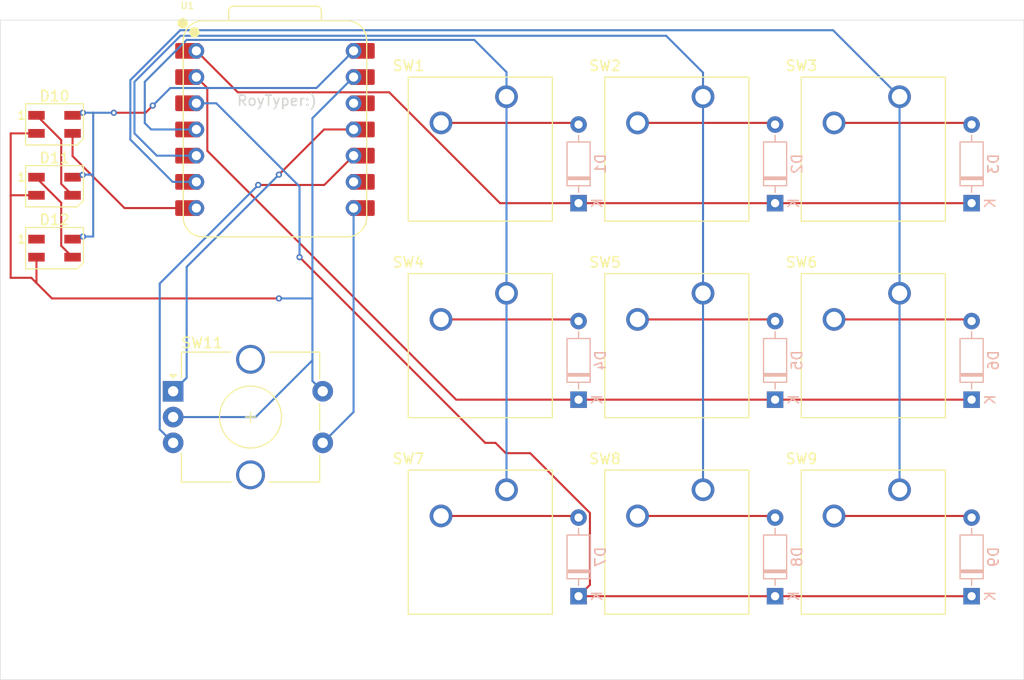
<source format=kicad_pcb>
(kicad_pcb (version 20240108) (generator "pcbnew") (generator_version "8.0")
  (layers (0 "F.Cu" signal) (31 "B.Cu" signal) (34 "B.Paste" user) (35 "F.Paste" user) (36 "B.SilkS" user "B.Silkscreen") (37 "F.SilkS" user "F.Silkscreen") (38 "B.Mask" user) (39 "F.Mask" user) (44 "Edge.Cuts" user))
  (net 0 "")
  (net 1 "Row1")
  (net 2 "Net-(D1-A)")
  (net 3 "Net-(D2-A)")
  (net 4 "Net-(D3-A)")
  (net 5 "Row2")
  (net 6 "Net-(D4-A)")
  (net 7 "Net-(D5-A)")
  (net 8 "Net-(D6-A)")
  (net 9 "Net-(D7-A)")
  (net 10 "Row3")
  (net 11 "Net-(D8-A)")
  (net 12 "Net-(D9-A)")
  (net 13 "Net-(D10-DIN)")
  (net 14 "Net-(D10-DOUT)")
  (net 15 "Col1")
  (net 16 "Col2")
  (net 17 "Col3")
  (net 18 "Net-(U1-GPIO3{slash}MOSI)")
  (net 20 "GND")
  (net 21 "Net-(U1-GPIO4{slash}MISO)")
  (net 22 "Net-(U1-GPIO1{slash}RX)")
  (net 23 "+5V")
  (net 25 "Net-(D11-DOUT)")
  (footprint "3dModels:LED_SK6812MINI_PLCC4_3.5x3.5mm_P1.75mm" (layer "F.Cu") (at 58.475 79.45)
    (property "Reference" "D12" (at 0 -2.75 0) (layer "F.SilkS"))
    (property "Value" "SK6812MINI")
    (fp_line (start -2.8 -2) (end -2.8 2) (stroke (width 0.12)) (layer "F.SilkS"))
    (fp_line (start -2.8 -2) (end 2.8 -2) (stroke (width 0.12)) (layer "F.SilkS"))
    (fp_line (start -2.8 2) (end 2.2 2) (stroke (width 0.12)) (layer "F.SilkS"))
    (fp_line (start 2.8 1.4) (end 2.2 2) (stroke (width 0.12)) (layer "F.SilkS"))
    (fp_line (start 2.8 1.4) (end 2.8 -2) (stroke (width 0.12)) (layer "F.SilkS"))
    (fp_text user "1" (at -3.2 -0.875 0) (layer "F.SilkS") (effects (font (size 0.8 0.8))))
    (pad "1" smd rect (at -1.75 -0.875) (size 1.6 0.85) (layers "F.Cu" "F.Paste" "F.Mask"))
    (pad "2" smd rect (at -1.75 0.875) (size 1.6 0.85) (layers "F.Cu" "F.Paste" "F.Mask") (net 20 "GND"))
    (pad "3" smd rect (at 1.75 0.875) (size 1.6 0.85) (layers "F.Cu" "F.Paste" "F.Mask") (net 25 "Net-(D11-DOUT)"))
    (pad "4" smd rect (at 1.75 -0.875) (size 1.6 0.85) (layers "F.Cu" "F.Paste" "F.Mask") (net 23 "+5V"))
  )
  (footprint "3dModels:SW_Cherry_MX_1.00u_PCB" (layer "F.Cu") (at 140.39 64.77)
    (property "Reference" "SW3" (at -9.5 -3 0) (layer "F.SilkS"))
    (property "Value" "SW_Push_45deg")
    (fp_line (start -9.525 -1.905) (end 4.445 -1.905) (stroke (width 0.12)) (layer "F.SilkS"))
    (fp_line (start -9.525 12.065) (end -9.525 -1.905) (stroke (width 0.12)) (layer "F.SilkS"))
    (fp_line (start 4.445 -1.905) (end 4.445 12.065) (stroke (width 0.12)) (layer "F.SilkS"))
    (fp_line (start 4.445 12.065) (end -9.525 12.065) (stroke (width 0.12)) (layer "F.SilkS"))
    (pad "" np_thru_hole circle (at -7.62 5.08) (size 1.7 1.7) (drill 1.7) (layers "*.Cu" "*.Mask"))
    (pad "" np_thru_hole circle (at -2.54 5.08) (size 4 4) (drill 4) (layers "*.Cu" "*.Mask"))
    (pad "" np_thru_hole circle (at 2.54 5.08) (size 1.7 1.7) (drill 1.7) (layers "*.Cu" "*.Mask"))
    (pad "1" thru_hole circle (at 0 0) (size 2.2 2.2) (drill 1.5) (layers "*.Cu" "*.Mask") (net 17 "Col3"))
    (pad "2" thru_hole circle (at -6.35 2.54) (size 2.2 2.2) (drill 1.5) (layers "*.Cu" "*.Mask") (net 4 "Net-(D3-A)"))
  )
  (footprint "3dModels:SW_Cherry_MX_1.00u_PCB" (layer "F.Cu") (at 140.39 83.82)
    (property "Reference" "SW6" (at -9.5 -3 0) (layer "F.SilkS"))
    (property "Value" "SW_Push_45deg")
    (fp_line (start -9.525 -1.905) (end 4.445 -1.905) (stroke (width 0.12)) (layer "F.SilkS"))
    (fp_line (start -9.525 12.065) (end -9.525 -1.905) (stroke (width 0.12)) (layer "F.SilkS"))
    (fp_line (start 4.445 -1.905) (end 4.445 12.065) (stroke (width 0.12)) (layer "F.SilkS"))
    (fp_line (start 4.445 12.065) (end -9.525 12.065) (stroke (width 0.12)) (layer "F.SilkS"))
    (pad "" np_thru_hole circle (at -7.62 5.08) (size 1.7 1.7) (drill 1.7) (layers "*.Cu" "*.Mask"))
    (pad "" np_thru_hole circle (at -2.54 5.08) (size 4 4) (drill 4) (layers "*.Cu" "*.Mask"))
    (pad "" np_thru_hole circle (at 2.54 5.08) (size 1.7 1.7) (drill 1.7) (layers "*.Cu" "*.Mask"))
    (pad "1" thru_hole circle (at 0 0) (size 2.2 2.2) (drill 1.5) (layers "*.Cu" "*.Mask") (net 17 "Col3"))
    (pad "2" thru_hole circle (at -6.35 2.54) (size 2.2 2.2) (drill 1.5) (layers "*.Cu" "*.Mask") (net 8 "Net-(D6-A)"))
  )
  (footprint "3dModels:SW_Cherry_MX_1.00u_PCB" (layer "F.Cu") (at 102.29 64.77)
    (property "Reference" "SW1" (at -9.5 -3 0) (layer "F.SilkS"))
    (property "Value" "SW_Push_45deg")
    (fp_line (start -9.525 -1.905) (end 4.445 -1.905) (stroke (width 0.12)) (layer "F.SilkS"))
    (fp_line (start -9.525 12.065) (end -9.525 -1.905) (stroke (width 0.12)) (layer "F.SilkS"))
    (fp_line (start 4.445 -1.905) (end 4.445 12.065) (stroke (width 0.12)) (layer "F.SilkS"))
    (fp_line (start 4.445 12.065) (end -9.525 12.065) (stroke (width 0.12)) (layer "F.SilkS"))
    (pad "" np_thru_hole circle (at -7.62 5.08) (size 1.7 1.7) (drill 1.7) (layers "*.Cu" "*.Mask"))
    (pad "" np_thru_hole circle (at -2.54 5.08) (size 4 4) (drill 4) (layers "*.Cu" "*.Mask"))
    (pad "" np_thru_hole circle (at 2.54 5.08) (size 1.7 1.7) (drill 1.7) (layers "*.Cu" "*.Mask"))
    (pad "1" thru_hole circle (at 0 0) (size 2.2 2.2) (drill 1.5) (layers "*.Cu" "*.Mask") (net 15 "Col1"))
    (pad "2" thru_hole circle (at -6.35 2.54) (size 2.2 2.2) (drill 1.5) (layers "*.Cu" "*.Mask") (net 2 "Net-(D1-A)"))
  )
  (footprint "3dModels:SW_Cherry_MX_1.00u_PCB" (layer "F.Cu") (at 102.29 83.82)
    (property "Reference" "SW4" (at -9.5 -3 0) (layer "F.SilkS"))
    (property "Value" "SW_Push_45deg")
    (fp_line (start -9.525 -1.905) (end 4.445 -1.905) (stroke (width 0.12)) (layer "F.SilkS"))
    (fp_line (start -9.525 12.065) (end -9.525 -1.905) (stroke (width 0.12)) (layer "F.SilkS"))
    (fp_line (start 4.445 -1.905) (end 4.445 12.065) (stroke (width 0.12)) (layer "F.SilkS"))
    (fp_line (start 4.445 12.065) (end -9.525 12.065) (stroke (width 0.12)) (layer "F.SilkS"))
    (pad "" np_thru_hole circle (at -7.62 5.08) (size 1.7 1.7) (drill 1.7) (layers "*.Cu" "*.Mask"))
    (pad "" np_thru_hole circle (at -2.54 5.08) (size 4 4) (drill 4) (layers "*.Cu" "*.Mask"))
    (pad "" np_thru_hole circle (at 2.54 5.08) (size 1.7 1.7) (drill 1.7) (layers "*.Cu" "*.Mask"))
    (pad "1" thru_hole circle (at 0 0) (size 2.2 2.2) (drill 1.5) (layers "*.Cu" "*.Mask") (net 15 "Col1"))
    (pad "2" thru_hole circle (at -6.35 2.54) (size 2.2 2.2) (drill 1.5) (layers "*.Cu" "*.Mask") (net 6 "Net-(D4-A)"))
  )
  (footprint "3dModels:SW_Cherry_MX_1.00u_PCB" (layer "F.Cu") (at 121.34 83.82)
    (property "Reference" "SW5" (at -9.5 -3 0) (layer "F.SilkS"))
    (property "Value" "SW_Push_45deg")
    (fp_line (start -9.525 -1.905) (end 4.445 -1.905) (stroke (width 0.12)) (layer "F.SilkS"))
    (fp_line (start -9.525 12.065) (end -9.525 -1.905) (stroke (width 0.12)) (layer "F.SilkS"))
    (fp_line (start 4.445 -1.905) (end 4.445 12.065) (stroke (width 0.12)) (layer "F.SilkS"))
    (fp_line (start 4.445 12.065) (end -9.525 12.065) (stroke (width 0.12)) (layer "F.SilkS"))
    (pad "" np_thru_hole circle (at -7.62 5.08) (size 1.7 1.7) (drill 1.7) (layers "*.Cu" "*.Mask"))
    (pad "" np_thru_hole circle (at -2.54 5.08) (size 4 4) (drill 4) (layers "*.Cu" "*.Mask"))
    (pad "" np_thru_hole circle (at 2.54 5.08) (size 1.7 1.7) (drill 1.7) (layers "*.Cu" "*.Mask"))
    (pad "1" thru_hole circle (at 0 0) (size 2.2 2.2) (drill 1.5) (layers "*.Cu" "*.Mask") (net 16 "Col2"))
    (pad "2" thru_hole circle (at -6.35 2.54) (size 2.2 2.2) (drill 1.5) (layers "*.Cu" "*.Mask") (net 7 "Net-(D5-A)"))
  )
  (footprint "3dModels:SW_Cherry_MX_1.00u_PCB" (layer "F.Cu") (at 121.34 64.77)
    (property "Reference" "SW2" (at -9.5 -3 0) (layer "F.SilkS"))
    (property "Value" "SW_Push_45deg")
    (fp_line (start -9.525 -1.905) (end 4.445 -1.905) (stroke (width 0.12)) (layer "F.SilkS"))
    (fp_line (start -9.525 12.065) (end -9.525 -1.905) (stroke (width 0.12)) (layer "F.SilkS"))
    (fp_line (start 4.445 -1.905) (end 4.445 12.065) (stroke (width 0.12)) (layer "F.SilkS"))
    (fp_line (start 4.445 12.065) (end -9.525 12.065) (stroke (width 0.12)) (layer "F.SilkS"))
    (pad "" np_thru_hole circle (at -7.62 5.08) (size 1.7 1.7) (drill 1.7) (layers "*.Cu" "*.Mask"))
    (pad "" np_thru_hole circle (at -2.54 5.08) (size 4 4) (drill 4) (layers "*.Cu" "*.Mask"))
    (pad "" np_thru_hole circle (at 2.54 5.08) (size 1.7 1.7) (drill 1.7) (layers "*.Cu" "*.Mask"))
    (pad "1" thru_hole circle (at 0 0) (size 2.2 2.2) (drill 1.5) (layers "*.Cu" "*.Mask") (net 16 "Col2"))
    (pad "2" thru_hole circle (at -6.35 2.54) (size 2.2 2.2) (drill 1.5) (layers "*.Cu" "*.Mask") (net 3 "Net-(D2-A)"))
  )
  (footprint "3dModels:RotaryEncoder_Alps_EC12E-Switch_Vertical_H20mm_CircularMountingHoles" (layer "F.Cu") (at 69.975 93.325)
    (property "Reference" "SW11" (at 2.8 -4.7 0) (layer "F.SilkS"))
    (property "Value" "RotaryEncoder_Switch")
    (fp_line (start -0.3 -1.6) (end 0.3 -1.6) (stroke (width 0.12)) (layer "F.SilkS"))
    (fp_line (start 0 -1.3) (end -0.3 -1.6) (stroke (width 0.12)) (layer "F.SilkS"))
    (fp_line (start 0.3 -1.6) (end 0 -1.3) (stroke (width 0.12)) (layer "F.SilkS"))
    (fp_line (start 0.8 -3.8) (end 0.8 -1.3) (stroke (width 0.12)) (layer "F.SilkS"))
    (fp_line (start 0.8 8.8) (end 0.8 6) (stroke (width 0.12)) (layer "F.SilkS"))
    (fp_line (start 5.6 -3.8) (end 0.8 -3.8) (stroke (width 0.12)) (layer "F.SilkS"))
    (fp_line (start 5.7 8.8) (end 0.8 8.8) (stroke (width 0.12)) (layer "F.SilkS"))
    (fp_line (start 7 2.5) (end 8 2.5) (stroke (width 0.12)) (layer "F.SilkS"))
    (fp_line (start 7.5 2) (end 7.5 3) (stroke (width 0.12)) (layer "F.SilkS"))
    (fp_line (start 9.3 -3.8) (end 14.2 -3.8) (stroke (width 0.12)) (layer "F.SilkS"))
    (fp_line (start 14.2 -3.8) (end 14.2 -1.2) (stroke (width 0.12)) (layer "F.SilkS"))
    (fp_line (start 14.2 1.2) (end 14.2 3.8) (stroke (width 0.12)) (layer "F.SilkS"))
    (fp_line (start 14.2 6.2) (end 14.2 8.8) (stroke (width 0.12)) (layer "F.SilkS"))
    (fp_line (start 14.2 8.8) (end 9.3 8.8) (stroke (width 0.12)) (layer "F.SilkS"))
    (fp_circle (center 7.5 2.5) (end 10.5 2.5) (stroke (width 0.12)) (fill none) (layer "F.SilkS"))
    (pad "A" thru_hole rect (at 0 0) (size 2 2) (drill 1) (layers "*.Cu" "*.Mask") (net 18 "Net-(U1-GPIO3{slash}MOSI)"))
    (pad "B" thru_hole circle (at 0 5) (size 2 2) (drill 1) (layers "*.Cu" "*.Mask") (net 21 "Net-(U1-GPIO4{slash}MISO)"))
    (pad "C" thru_hole circle (at 0 2.5) (size 2 2) (drill 1) (layers "*.Cu" "*.Mask") (net 20 "GND"))
    (pad "MP" thru_hole circle (at 7.5 -3.1) (size 2.8 2.8) (drill 2.2) (layers "*.Cu" "*.Mask"))
    (pad "MP" thru_hole circle (at 7.5 8.1) (size 2.8 2.8) (drill 2.2) (layers "*.Cu" "*.Mask"))
    (pad "S1" thru_hole circle (at 14.5 0) (size 2 2) (drill 1) (layers "*.Cu" "*.Mask") (net 22 "Net-(U1-GPIO1{slash}RX)"))
    (pad "S2" thru_hole circle (at 14.5 5) (size 2 2) (drill 1) (layers "*.Cu" "*.Mask") (net 20 "GND"))
  )
  (footprint "3dModels:SW_Cherry_MX_1.00u_PCB" (layer "F.Cu") (at 140.39 102.87)
    (property "Reference" "SW9" (at -9.5 -3 0) (layer "F.SilkS"))
    (property "Value" "SW_Push_45deg")
    (fp_line (start -9.525 -1.905) (end 4.445 -1.905) (stroke (width 0.12)) (layer "F.SilkS"))
    (fp_line (start -9.525 12.065) (end -9.525 -1.905) (stroke (width 0.12)) (layer "F.SilkS"))
    (fp_line (start 4.445 -1.905) (end 4.445 12.065) (stroke (width 0.12)) (layer "F.SilkS"))
    (fp_line (start 4.445 12.065) (end -9.525 12.065) (stroke (width 0.12)) (layer "F.SilkS"))
    (pad "" np_thru_hole circle (at -7.62 5.08) (size 1.7 1.7) (drill 1.7) (layers "*.Cu" "*.Mask"))
    (pad "" np_thru_hole circle (at -2.54 5.08) (size 4 4) (drill 4) (layers "*.Cu" "*.Mask"))
    (pad "" np_thru_hole circle (at 2.54 5.08) (size 1.7 1.7) (drill 1.7) (layers "*.Cu" "*.Mask"))
    (pad "1" thru_hole circle (at 0 0) (size 2.2 2.2) (drill 1.5) (layers "*.Cu" "*.Mask") (net 17 "Col3"))
    (pad "2" thru_hole circle (at -6.35 2.54) (size 2.2 2.2) (drill 1.5) (layers "*.Cu" "*.Mask") (net 12 "Net-(D9-A)"))
  )
  (footprint "3dModels:SW_Cherry_MX_1.00u_PCB" (layer "F.Cu") (at 102.29 102.87)
    (property "Reference" "SW7" (at -9.5 -3 0) (layer "F.SilkS"))
    (property "Value" "SW_Push_45deg")
    (fp_line (start -9.525 -1.905) (end 4.445 -1.905) (stroke (width 0.12)) (layer "F.SilkS"))
    (fp_line (start -9.525 12.065) (end -9.525 -1.905) (stroke (width 0.12)) (layer "F.SilkS"))
    (fp_line (start 4.445 -1.905) (end 4.445 12.065) (stroke (width 0.12)) (layer "F.SilkS"))
    (fp_line (start 4.445 12.065) (end -9.525 12.065) (stroke (width 0.12)) (layer "F.SilkS"))
    (pad "" np_thru_hole circle (at -7.62 5.08) (size 1.7 1.7) (drill 1.7) (layers "*.Cu" "*.Mask"))
    (pad "" np_thru_hole circle (at -2.54 5.08) (size 4 4) (drill 4) (layers "*.Cu" "*.Mask"))
    (pad "" np_thru_hole circle (at 2.54 5.08) (size 1.7 1.7) (drill 1.7) (layers "*.Cu" "*.Mask"))
    (pad "1" thru_hole circle (at 0 0) (size 2.2 2.2) (drill 1.5) (layers "*.Cu" "*.Mask") (net 15 "Col1"))
    (pad "2" thru_hole circle (at -6.35 2.54) (size 2.2 2.2) (drill 1.5) (layers "*.Cu" "*.Mask") (net 9 "Net-(D7-A)"))
  )
  (footprint "3dModels:LED_SK6812MINI_PLCC4_3.5x3.5mm_P1.75mm" (layer "F.Cu") (at 58.475 73.45)
    (property "Reference" "D11" (at 0 -2.75 0) (layer "F.SilkS"))
    (property "Value" "SK6812MINI")
    (fp_line (start -2.8 -2) (end -2.8 2) (stroke (width 0.12)) (layer "F.SilkS"))
    (fp_line (start -2.8 -2) (end 2.8 -2) (stroke (width 0.12)) (layer "F.SilkS"))
    (fp_line (start -2.8 2) (end 2.2 2) (stroke (width 0.12)) (layer "F.SilkS"))
    (fp_line (start 2.8 1.4) (end 2.2 2) (stroke (width 0.12)) (layer "F.SilkS"))
    (fp_line (start 2.8 1.4) (end 2.8 -2) (stroke (width 0.12)) (layer "F.SilkS"))
    (fp_text user "1" (at -3.2 -0.875 0) (layer "F.SilkS") (effects (font (size 0.8 0.8))))
    (pad "1" smd rect (at -1.75 -0.875) (size 1.6 0.85) (layers "F.Cu" "F.Paste" "F.Mask") (net 25 "Net-(D11-DOUT)"))
    (pad "2" smd rect (at -1.75 0.875) (size 1.6 0.85) (layers "F.Cu" "F.Paste" "F.Mask") (net 20 "GND"))
    (pad "3" smd rect (at 1.75 0.875) (size 1.6 0.85) (layers "F.Cu" "F.Paste" "F.Mask") (net 14 "Net-(D10-DOUT)"))
    (pad "4" smd rect (at 1.75 -0.875) (size 1.6 0.85) (layers "F.Cu" "F.Paste" "F.Mask") (net 23 "+5V"))
  )
  (footprint "3dModels:SW_Cherry_MX_1.00u_PCB" (layer "F.Cu") (at 121.34 102.87)
    (property "Reference" "SW8" (at -9.5 -3 0) (layer "F.SilkS"))
    (property "Value" "SW_Push_45deg")
    (fp_line (start -9.525 -1.905) (end 4.445 -1.905) (stroke (width 0.12)) (layer "F.SilkS"))
    (fp_line (start -9.525 12.065) (end -9.525 -1.905) (stroke (width 0.12)) (layer "F.SilkS"))
    (fp_line (start 4.445 -1.905) (end 4.445 12.065) (stroke (width 0.12)) (layer "F.SilkS"))
    (fp_line (start 4.445 12.065) (end -9.525 12.065) (stroke (width 0.12)) (layer "F.SilkS"))
    (pad "" np_thru_hole circle (at -7.62 5.08) (size 1.7 1.7) (drill 1.7) (layers "*.Cu" "*.Mask"))
    (pad "" np_thru_hole circle (at -2.54 5.08) (size 4 4) (drill 4) (layers "*.Cu" "*.Mask"))
    (pad "" np_thru_hole circle (at 2.54 5.08) (size 1.7 1.7) (drill 1.7) (layers "*.Cu" "*.Mask"))
    (pad "1" thru_hole circle (at 0 0) (size 2.2 2.2) (drill 1.5) (layers "*.Cu" "*.Mask") (net 16 "Col2"))
    (pad "2" thru_hole circle (at -6.35 2.54) (size 2.2 2.2) (drill 1.5) (layers "*.Cu" "*.Mask") (net 11 "Net-(D8-A)"))
  )
  (footprint "3dModels:LED_SK6812MINI_PLCC4_3.5x3.5mm_P1.75mm" (layer "F.Cu") (at 58.475 67.45)
    (property "Reference" "D10" (at 0 -2.75 0) (layer "F.SilkS"))
    (property "Value" "SK6812MINI")
    (fp_line (start -2.8 -2) (end -2.8 2) (stroke (width 0.12)) (layer "F.SilkS"))
    (fp_line (start -2.8 -2) (end 2.8 -2) (stroke (width 0.12)) (layer "F.SilkS"))
    (fp_line (start -2.8 2) (end 2.2 2) (stroke (width 0.12)) (layer "F.SilkS"))
    (fp_line (start 2.8 1.4) (end 2.2 2) (stroke (width 0.12)) (layer "F.SilkS"))
    (fp_line (start 2.8 1.4) (end 2.8 -2) (stroke (width 0.12)) (layer "F.SilkS"))
    (fp_text user "1" (at -3.2 -0.875 0) (layer "F.SilkS") (effects (font (size 0.8 0.8))))
    (pad "1" smd rect (at -1.75 -0.875) (size 1.6 0.85) (layers "F.Cu" "F.Paste" "F.Mask") (net 14 "Net-(D10-DOUT)"))
    (pad "2" smd rect (at -1.75 0.875) (size 1.6 0.85) (layers "F.Cu" "F.Paste" "F.Mask") (net 20 "GND"))
    (pad "3" smd rect (at 1.75 0.875) (size 1.6 0.85) (layers "F.Cu" "F.Paste" "F.Mask") (net 13 "Net-(D10-DIN)"))
    (pad "4" smd rect (at 1.75 -0.875) (size 1.6 0.85) (layers "F.Cu" "F.Paste" "F.Mask") (net 23 "+5V"))
  )
  (footprint "3dModels:XIAO-RP2040-DIP" (layer "F.Cu") (at 79.845 67.945)
    (property "Reference" "U1" (at -8.5 -12 0) (layer "F.SilkS") (effects (font (size 0.635 0.635) (thickness 0.1016))))
    (property "Value" "XIAO-RP2040-DIP")
    (fp_line (start -8.89 8.509) (end -8.89 -8.636) (stroke (width 0.127)) (layer "F.SilkS"))
    (fp_line (start -6.985 10.414) (end 6.985 10.414) (stroke (width 0.127)) (layer "F.SilkS"))
    (fp_line (start -4.495 -10.541) (end -4.491272 -11.451272) (stroke (width 0.127)) (layer "F.SilkS"))
    (fp_line (start -3.991272 -11.951) (end 4.004 -11.951) (stroke (width 0.127)) (layer "F.SilkS"))
    (fp_line (start 4.504 -11.451) (end 4.504 -10.541) (stroke (width 0.127)) (layer "F.SilkS"))
    (fp_line (start 6.985 -10.541) (end -6.985 -10.541) (stroke (width 0.1)) (layer "F.SilkS"))
    (fp_line (start 6.985 -10.541) (end -6.985 -10.541) (stroke (width 0.127)) (layer "F.SilkS"))
    (fp_line (start 8.89 8.509) (end 8.89 -8.636) (stroke (width 0.127)) (layer "F.SilkS"))
    (fp_arc (start -8.89 -8.636) (mid -8.332038 -9.983038) (end -6.985 -10.541) (stroke (width 0.127)) (layer "F.SilkS"))
    (fp_arc (start -6.985 10.414) (mid -8.332038 9.856038) (end -8.89 8.509) (stroke (width 0.127)) (layer "F.SilkS"))
    (fp_arc (start -4.491272 -11.451272) (mid -4.344724 -11.804644) (end -3.991272 -11.951) (stroke (width 0.127)) (layer "F.SilkS"))
    (fp_arc (start 4.004 -11.951) (mid 4.357553 -11.804553) (end 4.504 -11.451) (stroke (width 0.127)) (layer "F.SilkS"))
    (fp_arc (start 6.985 -10.541) (mid 8.332038 -9.983038) (end 8.89 -8.636) (stroke (width 0.127)) (layer "F.SilkS"))
    (fp_arc (start 8.89 8.509) (mid 8.332038 9.856038) (end 6.985 10.414) (stroke (width 0.127)) (layer "F.SilkS"))
    (fp_circle (center -8.95 -10.3) (end -8.95 -10.554) (stroke (width 0.5)) (fill solid) (layer "F.SilkS"))
    (fp_circle (center -7.807 -9.42) (end -7.807 -9.674) (stroke (width 0.5)) (fill solid) (layer "F.SilkS"))
    (pad "1" smd roundrect (at -8.455 -7.62 180) (size 2.432 1.524) (layers "F.Cu" "F.Mask") (roundrect_rratio 0.1) (net 1 "Row1"))
    (pad "1" thru_hole circle (at -7.62 -7.62 180) (size 1.524 1.524) (drill 0.889) (layers "*.Cu" "*.Mask") (net 1 "Row1"))
    (pad "2" smd roundrect (at -8.455 -5.08 180) (size 2.432 1.524) (layers "F.Cu" "F.Mask") (roundrect_rratio 0.1) (net 5 "Row2"))
    (pad "2" thru_hole circle (at -7.62 -5.08 180) (size 1.524 1.524) (drill 0.889) (layers "*.Cu" "*.Mask") (net 5 "Row2"))
    (pad "3" smd roundrect (at -8.455 -2.54 180) (size 2.432 1.524) (layers "F.Cu" "F.Mask") (roundrect_rratio 0.1) (net 10 "Row3"))
    (pad "3" thru_hole circle (at -7.62 -2.54 180) (size 1.524 1.524) (drill 0.889) (layers "*.Cu" "*.Mask") (net 10 "Row3"))
    (pad "4" smd roundrect (at -8.455 0 180) (size 2.432 1.524) (layers "F.Cu" "F.Mask") (roundrect_rratio 0.1) (net 15 "Col1"))
    (pad "4" thru_hole circle (at -7.62 0 180) (size 1.524 1.524) (drill 0.889) (layers "*.Cu" "*.Mask") (net 15 "Col1"))
    (pad "5" smd roundrect (at -8.455 2.54 180) (size 2.432 1.524) (layers "F.Cu" "F.Mask") (roundrect_rratio 0.1) (net 16 "Col2"))
    (pad "5" thru_hole circle (at -7.62 2.54 180) (size 1.524 1.524) (drill 0.889) (layers "*.Cu" "*.Mask") (net 16 "Col2"))
    (pad "6" smd roundrect (at -8.455 5.08 180) (size 2.432 1.524) (layers "F.Cu" "F.Mask") (roundrect_rratio 0.1) (net 17 "Col3"))
    (pad "6" thru_hole circle (at -7.62 5.08 180) (size 1.524 1.524) (drill 0.889) (layers "*.Cu" "*.Mask") (net 17 "Col3"))
    (pad "7" smd roundrect (at -8.455 7.62 180) (size 2.432 1.524) (layers "F.Cu" "F.Mask") (roundrect_rratio 0.1) (net 13 "Net-(D10-DIN)"))
    (pad "7" thru_hole circle (at -7.62 7.62 180) (size 1.524 1.524) (drill 0.889) (layers "*.Cu" "*.Mask") (net 13 "Net-(D10-DIN)"))
    (pad "8" thru_hole circle (at 7.62 7.62) (size 1.524 1.524) (drill 0.889) (layers "*.Cu" "*.Mask") (net 22 "Net-(U1-GPIO1{slash}RX)"))
    (pad "8" smd roundrect (at 8.455 7.62) (size 2.432 1.524) (layers "F.Cu" "F.Mask") (roundrect_rratio 0.1) (net 22 "Net-(U1-GPIO1{slash}RX)"))
    (pad "9" thru_hole circle (at 7.62 5.08) (size 1.524 1.524) (drill 0.889) (layers "*.Cu" "*.Mask"))
    (pad "9" smd roundrect (at 8.455 5.08) (size 2.432 1.524) (layers "F.Cu" "F.Mask") (roundrect_rratio 0.1))
    (pad "10" thru_hole circle (at 7.62 2.54) (size 1.524 1.524) (drill 0.889) (layers "*.Cu" "*.Mask") (net 21 "Net-(U1-GPIO4{slash}MISO)"))
    (pad "10" smd roundrect (at 8.455 2.54) (size 2.432 1.524) (layers "F.Cu" "F.Mask") (roundrect_rratio 0.1) (net 21 "Net-(U1-GPIO4{slash}MISO)"))
    (pad "11" thru_hole circle (at 7.62 0) (size 1.524 1.524) (drill 0.889) (layers "*.Cu" "*.Mask") (net 18 "Net-(U1-GPIO3{slash}MOSI)"))
    (pad "11" smd roundrect (at 8.455 0) (size 2.432 1.524) (layers "F.Cu" "F.Mask") (roundrect_rratio 0.1) (net 18 "Net-(U1-GPIO3{slash}MOSI)"))
    (pad "12" thru_hole circle (at 7.62 -2.54) (size 1.524 1.524) (drill 0.889) (layers "*.Cu" "*.Mask"))
    (pad "12" smd roundrect (at 8.455 -2.54) (size 2.432 1.524) (layers "F.Cu" "F.Mask") (roundrect_rratio 0.1))
    (pad "13" thru_hole circle (at 7.62 -5.08) (size 1.524 1.524) (drill 0.889) (layers "*.Cu" "*.Mask") (net 20 "GND"))
    (pad "13" smd roundrect (at 8.455 -5.08) (size 2.432 1.524) (layers "F.Cu" "F.Mask") (roundrect_rratio 0.1) (net 20 "GND"))
    (pad "14" thru_hole circle (at 7.62 -7.62) (size 1.524 1.524) (drill 0.889) (layers "*.Cu" "*.Mask") (net 23 "+5V"))
    (pad "14" smd roundrect (at 8.455 -7.62) (size 2.432 1.524) (layers "F.Cu" "F.Mask") (roundrect_rratio 0.1) (net 23 "+5V"))
  )
  (footprint "Diode_THT:D_DO-35_SOD27_P7.62mm_Horizontal" (layer "B.Cu") (at 128.325 113.18875 90)
    (property "Reference" "D8" (at 3.81 2.12 -90) (layer "B.SilkS") (effects (justify mirror)))
    (property "Value" "Diode")
    (fp_line (start 5.93 -1.12) (end 1.69 -1.12) (stroke (width 0.12)) (layer "B.SilkS"))
    (fp_line (start 2.53 -1.12) (end 2.53 1.12) (stroke (width 0.12)) (layer "B.SilkS"))
    (fp_line (start 2.41 -1.12) (end 2.41 1.12) (stroke (width 0.12)) (layer "B.SilkS"))
    (fp_line (start 2.29 -1.12) (end 2.29 1.12) (stroke (width 0.12)) (layer "B.SilkS"))
    (fp_line (start 1.69 -1.12) (end 1.69 1.12) (stroke (width 0.12)) (layer "B.SilkS"))
    (fp_line (start 5.93 0) (end 6.58 0) (stroke (width 0.12)) (layer "B.SilkS"))
    (fp_line (start 1.69 0) (end 1.04 0) (stroke (width 0.12)) (layer "B.SilkS"))
    (fp_line (start 5.93 1.12) (end 5.93 -1.12) (stroke (width 0.12)) (layer "B.SilkS"))
    (fp_line (start 1.69 1.12) (end 5.93 1.12) (stroke (width 0.12)) (layer "B.SilkS"))
    (fp_text user "K" (at 0 1.8 -90) (layer "B.SilkS") (effects (justify mirror)))
    (pad "1" thru_hole rect (at 0 0 90) (size 1.6 1.6) (drill 0.8) (layers "*.Cu" "*.Mask") (net 10 "Row3"))
    (pad "2" thru_hole oval (at 7.62 0 90) (size 1.6 1.6) (drill 0.8) (layers "*.Cu" "*.Mask") (net 11 "Net-(D8-A)"))
  )
  (footprint "Diode_THT:D_DO-35_SOD27_P7.62mm_Horizontal" (layer "B.Cu") (at 109.275 113.18875 90)
    (property "Reference" "D7" (at 3.81 2.12 -90) (layer "B.SilkS") (effects (justify mirror)))
    (property "Value" "Diode")
    (fp_line (start 5.93 -1.12) (end 1.69 -1.12) (stroke (width 0.12)) (layer "B.SilkS"))
    (fp_line (start 2.53 -1.12) (end 2.53 1.12) (stroke (width 0.12)) (layer "B.SilkS"))
    (fp_line (start 2.41 -1.12) (end 2.41 1.12) (stroke (width 0.12)) (layer "B.SilkS"))
    (fp_line (start 2.29 -1.12) (end 2.29 1.12) (stroke (width 0.12)) (layer "B.SilkS"))
    (fp_line (start 1.69 -1.12) (end 1.69 1.12) (stroke (width 0.12)) (layer "B.SilkS"))
    (fp_line (start 5.93 0) (end 6.58 0) (stroke (width 0.12)) (layer "B.SilkS"))
    (fp_line (start 1.69 0) (end 1.04 0) (stroke (width 0.12)) (layer "B.SilkS"))
    (fp_line (start 5.93 1.12) (end 5.93 -1.12) (stroke (width 0.12)) (layer "B.SilkS"))
    (fp_line (start 1.69 1.12) (end 5.93 1.12) (stroke (width 0.12)) (layer "B.SilkS"))
    (fp_text user "K" (at 0 1.8 -90) (layer "B.SilkS") (effects (justify mirror)))
    (pad "1" thru_hole rect (at 0 0 90) (size 1.6 1.6) (drill 0.8) (layers "*.Cu" "*.Mask") (net 10 "Row3"))
    (pad "2" thru_hole oval (at 7.62 0 90) (size 1.6 1.6) (drill 0.8) (layers "*.Cu" "*.Mask") (net 9 "Net-(D7-A)"))
  )
  (footprint "Diode_THT:D_DO-35_SOD27_P7.62mm_Horizontal" (layer "B.Cu") (at 147.375 75.08875 90)
    (property "Reference" "D3" (at 3.81 2.12 -90) (layer "B.SilkS") (effects (justify mirror)))
    (property "Value" "Diode")
    (fp_line (start 5.93 -1.12) (end 1.69 -1.12) (stroke (width 0.12)) (layer "B.SilkS"))
    (fp_line (start 2.53 -1.12) (end 2.53 1.12) (stroke (width 0.12)) (layer "B.SilkS"))
    (fp_line (start 2.41 -1.12) (end 2.41 1.12) (stroke (width 0.12)) (layer "B.SilkS"))
    (fp_line (start 2.29 -1.12) (end 2.29 1.12) (stroke (width 0.12)) (layer "B.SilkS"))
    (fp_line (start 1.69 -1.12) (end 1.69 1.12) (stroke (width 0.12)) (layer "B.SilkS"))
    (fp_line (start 5.93 0) (end 6.58 0) (stroke (width 0.12)) (layer "B.SilkS"))
    (fp_line (start 1.69 0) (end 1.04 0) (stroke (width 0.12)) (layer "B.SilkS"))
    (fp_line (start 5.93 1.12) (end 5.93 -1.12) (stroke (width 0.12)) (layer "B.SilkS"))
    (fp_line (start 1.69 1.12) (end 5.93 1.12) (stroke (width 0.12)) (layer "B.SilkS"))
    (fp_text user "K" (at 0 1.8 -90) (layer "B.SilkS") (effects (justify mirror)))
    (pad "1" thru_hole rect (at 0 0 90) (size 1.6 1.6) (drill 0.8) (layers "*.Cu" "*.Mask") (net 1 "Row1"))
    (pad "2" thru_hole oval (at 7.62 0 90) (size 1.6 1.6) (drill 0.8) (layers "*.Cu" "*.Mask") (net 4 "Net-(D3-A)"))
  )
  (footprint "Diode_THT:D_DO-35_SOD27_P7.62mm_Horizontal" (layer "B.Cu") (at 147.375 113.18875 90)
    (property "Reference" "D9" (at 3.81 2.12 -90) (layer "B.SilkS") (effects (justify mirror)))
    (property "Value" "Diode")
    (fp_line (start 5.93 -1.12) (end 1.69 -1.12) (stroke (width 0.12)) (layer "B.SilkS"))
    (fp_line (start 2.53 -1.12) (end 2.53 1.12) (stroke (width 0.12)) (layer "B.SilkS"))
    (fp_line (start 2.41 -1.12) (end 2.41 1.12) (stroke (width 0.12)) (layer "B.SilkS"))
    (fp_line (start 2.29 -1.12) (end 2.29 1.12) (stroke (width 0.12)) (layer "B.SilkS"))
    (fp_line (start 1.69 -1.12) (end 1.69 1.12) (stroke (width 0.12)) (layer "B.SilkS"))
    (fp_line (start 5.93 0) (end 6.58 0) (stroke (width 0.12)) (layer "B.SilkS"))
    (fp_line (start 1.69 0) (end 1.04 0) (stroke (width 0.12)) (layer "B.SilkS"))
    (fp_line (start 5.93 1.12) (end 5.93 -1.12) (stroke (width 0.12)) (layer "B.SilkS"))
    (fp_line (start 1.69 1.12) (end 5.93 1.12) (stroke (width 0.12)) (layer "B.SilkS"))
    (fp_text user "K" (at 0 1.8 -90) (layer "B.SilkS") (effects (justify mirror)))
    (pad "1" thru_hole rect (at 0 0 90) (size 1.6 1.6) (drill 0.8) (layers "*.Cu" "*.Mask") (net 10 "Row3"))
    (pad "2" thru_hole oval (at 7.62 0 90) (size 1.6 1.6) (drill 0.8) (layers "*.Cu" "*.Mask") (net 12 "Net-(D9-A)"))
  )
  (footprint "Diode_THT:D_DO-35_SOD27_P7.62mm_Horizontal" (layer "B.Cu") (at 147.375 94.13875 90)
    (property "Reference" "D6" (at 3.81 2.12 -90) (layer "B.SilkS") (effects (justify mirror)))
    (property "Value" "Diode")
    (fp_line (start 5.93 -1.12) (end 1.69 -1.12) (stroke (width 0.12)) (layer "B.SilkS"))
    (fp_line (start 2.53 -1.12) (end 2.53 1.12) (stroke (width 0.12)) (layer "B.SilkS"))
    (fp_line (start 2.41 -1.12) (end 2.41 1.12) (stroke (width 0.12)) (layer "B.SilkS"))
    (fp_line (start 2.29 -1.12) (end 2.29 1.12) (stroke (width 0.12)) (layer "B.SilkS"))
    (fp_line (start 1.69 -1.12) (end 1.69 1.12) (stroke (width 0.12)) (layer "B.SilkS"))
    (fp_line (start 5.93 0) (end 6.58 0) (stroke (width 0.12)) (layer "B.SilkS"))
    (fp_line (start 1.69 0) (end 1.04 0) (stroke (width 0.12)) (layer "B.SilkS"))
    (fp_line (start 5.93 1.12) (end 5.93 -1.12) (stroke (width 0.12)) (layer "B.SilkS"))
    (fp_line (start 1.69 1.12) (end 5.93 1.12) (stroke (width 0.12)) (layer "B.SilkS"))
    (fp_text user "K" (at 0 1.8 -90) (layer "B.SilkS") (effects (justify mirror)))
    (pad "1" thru_hole rect (at 0 0 90) (size 1.6 1.6) (drill 0.8) (layers "*.Cu" "*.Mask") (net 5 "Row2"))
    (pad "2" thru_hole oval (at 7.62 0 90) (size 1.6 1.6) (drill 0.8) (layers "*.Cu" "*.Mask") (net 8 "Net-(D6-A)"))
  )
  (footprint "Diode_THT:D_DO-35_SOD27_P7.62mm_Horizontal" (layer "B.Cu") (at 128.325 75.08875 90)
    (property "Reference" "D2" (at 3.81 2.12 -90) (layer "B.SilkS") (effects (justify mirror)))
    (property "Value" "Diode")
    (fp_line (start 5.93 -1.12) (end 1.69 -1.12) (stroke (width 0.12)) (layer "B.SilkS"))
    (fp_line (start 2.53 -1.12) (end 2.53 1.12) (stroke (width 0.12)) (layer "B.SilkS"))
    (fp_line (start 2.41 -1.12) (end 2.41 1.12) (stroke (width 0.12)) (layer "B.SilkS"))
    (fp_line (start 2.29 -1.12) (end 2.29 1.12) (stroke (width 0.12)) (layer "B.SilkS"))
    (fp_line (start 1.69 -1.12) (end 1.69 1.12) (stroke (width 0.12)) (layer "B.SilkS"))
    (fp_line (start 5.93 0) (end 6.58 0) (stroke (width 0.12)) (layer "B.SilkS"))
    (fp_line (start 1.69 0) (end 1.04 0) (stroke (width 0.12)) (layer "B.SilkS"))
    (fp_line (start 5.93 1.12) (end 5.93 -1.12) (stroke (width 0.12)) (layer "B.SilkS"))
    (fp_line (start 1.69 1.12) (end 5.93 1.12) (stroke (width 0.12)) (layer "B.SilkS"))
    (fp_text user "K" (at 0 1.8 -90) (layer "B.SilkS") (effects (justify mirror)))
    (pad "1" thru_hole rect (at 0 0 90) (size 1.6 1.6) (drill 0.8) (layers "*.Cu" "*.Mask") (net 1 "Row1"))
    (pad "2" thru_hole oval (at 7.62 0 90) (size 1.6 1.6) (drill 0.8) (layers "*.Cu" "*.Mask") (net 3 "Net-(D2-A)"))
  )
  (footprint "Diode_THT:D_DO-35_SOD27_P7.62mm_Horizontal" (layer "B.Cu") (at 128.325 94.13875 90)
    (property "Reference" "D5" (at 3.81 2.12 -90) (layer "B.SilkS") (effects (justify mirror)))
    (property "Value" "Diode")
    (fp_line (start 5.93 -1.12) (end 1.69 -1.12) (stroke (width 0.12)) (layer "B.SilkS"))
    (fp_line (start 2.53 -1.12) (end 2.53 1.12) (stroke (width 0.12)) (layer "B.SilkS"))
    (fp_line (start 2.41 -1.12) (end 2.41 1.12) (stroke (width 0.12)) (layer "B.SilkS"))
    (fp_line (start 2.29 -1.12) (end 2.29 1.12) (stroke (width 0.12)) (layer "B.SilkS"))
    (fp_line (start 1.69 -1.12) (end 1.69 1.12) (stroke (width 0.12)) (layer "B.SilkS"))
    (fp_line (start 5.93 0) (end 6.58 0) (stroke (width 0.12)) (layer "B.SilkS"))
    (fp_line (start 1.69 0) (end 1.04 0) (stroke (width 0.12)) (layer "B.SilkS"))
    (fp_line (start 5.93 1.12) (end 5.93 -1.12) (stroke (width 0.12)) (layer "B.SilkS"))
    (fp_line (start 1.69 1.12) (end 5.93 1.12) (stroke (width 0.12)) (layer "B.SilkS"))
    (fp_text user "K" (at 0 1.8 -90) (layer "B.SilkS") (effects (justify mirror)))
    (pad "1" thru_hole rect (at 0 0 90) (size 1.6 1.6) (drill 0.8) (layers "*.Cu" "*.Mask") (net 5 "Row2"))
    (pad "2" thru_hole oval (at 7.62 0 90) (size 1.6 1.6) (drill 0.8) (layers "*.Cu" "*.Mask") (net 7 "Net-(D5-A)"))
  )
  (footprint "Diode_THT:D_DO-35_SOD27_P7.62mm_Horizontal" (layer "B.Cu") (at 109.275 75.08875 90)
    (property "Reference" "D1" (at 3.81 2.12 -90) (layer "B.SilkS") (effects (justify mirror)))
    (property "Value" "Diode")
    (fp_line (start 5.93 -1.12) (end 1.69 -1.12) (stroke (width 0.12)) (layer "B.SilkS"))
    (fp_line (start 2.53 -1.12) (end 2.53 1.12) (stroke (width 0.12)) (layer "B.SilkS"))
    (fp_line (start 2.41 -1.12) (end 2.41 1.12) (stroke (width 0.12)) (layer "B.SilkS"))
    (fp_line (start 2.29 -1.12) (end 2.29 1.12) (stroke (width 0.12)) (layer "B.SilkS"))
    (fp_line (start 1.69 -1.12) (end 1.69 1.12) (stroke (width 0.12)) (layer "B.SilkS"))
    (fp_line (start 5.93 0) (end 6.58 0) (stroke (width 0.12)) (layer "B.SilkS"))
    (fp_line (start 1.69 0) (end 1.04 0) (stroke (width 0.12)) (layer "B.SilkS"))
    (fp_line (start 5.93 1.12) (end 5.93 -1.12) (stroke (width 0.12)) (layer "B.SilkS"))
    (fp_line (start 1.69 1.12) (end 5.93 1.12) (stroke (width 0.12)) (layer "B.SilkS"))
    (fp_text user "K" (at 0 1.8 -90) (layer "B.SilkS") (effects (justify mirror)))
    (pad "1" thru_hole rect (at 0 0 90) (size 1.6 1.6) (drill 0.8) (layers "*.Cu" "*.Mask") (net 1 "Row1"))
    (pad "2" thru_hole oval (at 7.62 0 90) (size 1.6 1.6) (drill 0.8) (layers "*.Cu" "*.Mask") (net 2 "Net-(D1-A)"))
  )
  (footprint "Diode_THT:D_DO-35_SOD27_P7.62mm_Horizontal" (layer "B.Cu") (at 109.275 94.13875 90)
    (property "Reference" "D4" (at 3.81 2.12 -90) (layer "B.SilkS") (effects (justify mirror)))
    (property "Value" "Diode")
    (fp_line (start 5.93 -1.12) (end 1.69 -1.12) (stroke (width 0.12)) (layer "B.SilkS"))
    (fp_line (start 2.53 -1.12) (end 2.53 1.12) (stroke (width 0.12)) (layer "B.SilkS"))
    (fp_line (start 2.41 -1.12) (end 2.41 1.12) (stroke (width 0.12)) (layer "B.SilkS"))
    (fp_line (start 2.29 -1.12) (end 2.29 1.12) (stroke (width 0.12)) (layer "B.SilkS"))
    (fp_line (start 1.69 -1.12) (end 1.69 1.12) (stroke (width 0.12)) (layer "B.SilkS"))
    (fp_line (start 5.93 0) (end 6.58 0) (stroke (width 0.12)) (layer "B.SilkS"))
    (fp_line (start 1.69 0) (end 1.04 0) (stroke (width 0.12)) (layer "B.SilkS"))
    (fp_line (start 5.93 1.12) (end 5.93 -1.12) (stroke (width 0.12)) (layer "B.SilkS"))
    (fp_line (start 1.69 1.12) (end 5.93 1.12) (stroke (width 0.12)) (layer "B.SilkS"))
    (fp_text user "K" (at 0 1.8 -90) (layer "B.SilkS") (effects (justify mirror)))
    (pad "1" thru_hole rect (at 0 0 90) (size 1.6 1.6) (drill 0.8) (layers "*.Cu" "*.Mask") (net 5 "Row2"))
    (pad "2" thru_hole oval (at 7.62 0 90) (size 1.6 1.6) (drill 0.8) (layers "*.Cu" "*.Mask") (net 6 "Net-(D4-A)"))
  )
  (gr_rect (start 53.215 57.345) (end 152.445 121.285) (stroke (width 0.05)) (fill none) (layer "Edge.Cuts"))
  (gr_text "RoyTyper:)" (at 76.075 65.735 0) (layer "Edge.Cuts") (effects (font (size 1 1)) (justify left bottom)))
  (segment (start 76.243 64.343) (end 72.225 60.325) (width 0.2) (layer "F.Cu") (net 1))
  (segment (start 109.275 75.08875) (end 101.665348 75.08875) (width 0.2) (layer "F.Cu") (net 1))
  (segment (start 101.665348 75.08875) (end 90.919598 64.343) (width 0.2) (layer "F.Cu") (net 1))
  (segment (start 90.919598 64.343) (end 76.243 64.343) (width 0.2) (layer "F.Cu") (net 1))
  (segment (start 109.275 75.08875) (end 147.375 75.08875) (width 0.2) (layer "F.Cu") (net 1))
  (segment (start 109.11625 67.31) (end 109.275 67.46875) (width 0.2) (layer "F.Cu") (net 2))
  (segment (start 95.94 67.31) (end 109.11625 67.31) (width 0.2) (layer "F.Cu") (net 2))
  (segment (start 95.94 67.61) (end 95.94 67.31) (width 0.2) (layer "B.Cu") (net 2))
  (segment (start 95.955 67.325) (end 95.94 67.31) (width 0.2) (layer "B.Cu") (net 2))
  (segment (start 95.225 67.325) (end 95.925 67.325) (width 0.2) (layer "B.Cu") (net 2))
  (segment (start 95.925 67.325) (end 95.94 67.31) (width 0.2) (layer "B.Cu") (net 2))
  (segment (start 128.16625 67.31) (end 128.325 67.46875) (width 0.2) (layer "F.Cu") (net 3))
  (segment (start 114.99 67.31) (end 128.16625 67.31) (width 0.2) (layer "F.Cu") (net 3))
  (segment (start 147.21625 67.31) (end 147.375 67.46875) (width 0.2) (layer "F.Cu") (net 4))
  (segment (start 134.04 67.31) (end 147.21625 67.31) (width 0.2) (layer "F.Cu") (net 4))
  (segment (start 109.275 94.13875) (end 147.375 94.13875) (width 0.2) (layer "F.Cu") (net 5))
  (segment (start 73.287 63.927) (end 73.287 70.0145) (width 0.2) (layer "F.Cu") (net 5))
  (segment (start 73.287 70.0145) (end 97.41125 94.13875) (width 0.2) (layer "F.Cu") (net 5))
  (segment (start 97.41125 94.13875) (end 109.275 94.13875) (width 0.2) (layer "F.Cu") (net 5))
  (segment (start 72.225 62.865) (end 73.287 63.927) (width 0.2) (layer "F.Cu") (net 5))
  (segment (start 95.94 86.36) (end 109.11625 86.36) (width 0.2) (layer "F.Cu") (net 6))
  (segment (start 109.11625 86.36) (end 109.275 86.51875) (width 0.2) (layer "F.Cu") (net 6))
  (segment (start 128.16625 86.36) (end 128.325 86.51875) (width 0.2) (layer "F.Cu") (net 7))
  (segment (start 114.99 86.36) (end 128.16625 86.36) (width 0.2) (layer "F.Cu") (net 7))
  (segment (start 134.04 86.36) (end 147.21625 86.36) (width 0.2) (layer "F.Cu") (net 8))
  (segment (start 147.21625 86.36) (end 147.375 86.51875) (width 0.2) (layer "F.Cu") (net 8))
  (segment (start 95.94 105.41) (end 109.11625 105.41) (width 0.2) (layer "F.Cu") (net 9))
  (segment (start 109.11625 105.41) (end 109.275 105.56875) (width 0.2) (layer "F.Cu") (net 9))
  (segment (start 109.275 113.18875) (end 147.375 113.18875) (width 0.2) (layer "F.Cu") (net 10))
  (segment (start 110.375 112.08875) (end 109.275 113.18875) (width 0.2) (layer "F.Cu") (net 10))
  (segment (start 102.225 99.325) (end 104.586885 99.325) (width 0.2) (layer "F.Cu") (net 10))
  (segment (start 101.225 98.325) (end 102.225 99.325) (width 0.2) (layer "F.Cu") (net 10))
  (segment (start 82.225 80.325) (end 100.225 98.325) (width 0.2) (layer "F.Cu") (net 10))
  (segment (start 110.375 105.113115) (end 110.375 112.08875) (width 0.2) (layer "F.Cu") (net 10))
  (segment (start 100.225 98.325) (end 101.225 98.325) (width 0.2) (layer "F.Cu") (net 10))
  (segment (start 104.586885 99.325) (end 110.375 105.113115) (width 0.2) (layer "F.Cu") (net 10))
  (via (at 82.225 80.325) (size 0.6) (drill 0.3) (layers "F.Cu" "B.Cu") (net 10))
  (segment (start 74.153529 65.405) (end 82.225 73.476471) (width 0.2) (layer "B.Cu") (net 10))
  (segment (start 82.225 73.476471) (end 82.225 80.325) (width 0.2) (layer "B.Cu") (net 10))
  (segment (start 72.225 65.405) (end 74.153529 65.405) (width 0.2) (layer "B.Cu") (net 10))
  (segment (start 114.99 105.41) (end 128.16625 105.41) (width 0.2) (layer "F.Cu") (net 11))
  (segment (start 128.16625 105.41) (end 128.325 105.56875) (width 0.2) (layer "F.Cu") (net 11))
  (segment (start 147.21625 105.41) (end 147.375 105.56875) (width 0.2) (layer "F.Cu") (net 12))
  (segment (start 134.04 105.41) (end 147.21625 105.41) (width 0.2) (layer "F.Cu") (net 12))
  (segment (start 60.225 70.325) (end 60.225 70.53) (width 0.2) (layer "F.Cu") (net 13))
  (segment (start 65.26 75.565) (end 72.225 75.565) (width 0.2) (layer "F.Cu") (net 13))
  (segment (start 60.225 68.325) (end 60.225 70.325) (width 0.2) (layer "F.Cu") (net 13))
  (segment (start 60.225 70.53) (end 65.26 75.565) (width 0.2) (layer "F.Cu") (net 13))
  (segment (start 59.125 73.225) (end 60.225 74.325) (width 0.2) (layer "F.Cu") (net 14))
  (segment (start 56.725 66.575) (end 59.125 68.975) (width 0.2) (layer "F.Cu") (net 14))
  (segment (start 59.125 68.975) (end 59.125 73.225) (width 0.2) (layer "F.Cu") (net 14))
  (segment (start 67.225 67.325) (end 67.845 67.945) (width 0.2) (layer "B.Cu") (net 15))
  (segment (start 102.29 64.77) (end 102.29 102.87) (width 0.2) (layer "B.Cu") (net 15))
  (segment (start 102.29 64.77) (end 102.29 62.39) (width 0.2) (layer "B.Cu") (net 15))
  (segment (start 67.845 67.945) (end 72.225 67.945) (width 0.2) (layer "B.Cu") (net 15))
  (segment (start 71.287 59.263) (end 67.225 63.325) (width 0.2) (layer "B.Cu") (net 15))
  (segment (start 99.163 59.263) (end 71.287 59.263) (width 0.2) (layer "B.Cu") (net 15))
  (segment (start 102.29 62.39) (end 99.163 59.263) (width 0.2) (layer "B.Cu") (net 15))
  (segment (start 67.225 63.325) (end 67.225 67.325) (width 0.2) (layer "B.Cu") (net 15))
  (segment (start 66.225 68.325) (end 68.385 70.485) (width 0.2) (layer "B.Cu") (net 16))
  (segment (start 70.687 58.863) (end 66.225 63.325) (width 0.2) (layer "B.Cu") (net 16))
  (segment (start 121.34 64.77) (end 121.34 62.44) (width 0.2) (layer "B.Cu") (net 16))
  (segment (start 66.225 63.325) (end 66.225 68.325) (width 0.2) (layer "B.Cu") (net 16))
  (segment (start 68.385 70.485) (end 72.225 70.485) (width 0.2) (layer "B.Cu") (net 16))
  (segment (start 121.34 64.77) (end 121.34 102.87) (width 0.2) (layer "B.Cu") (net 16))
  (segment (start 121.34 62.44) (end 117.763 58.863) (width 0.2) (layer "B.Cu") (net 16))
  (segment (start 117.763 58.863) (end 70.687 58.863) (width 0.2) (layer "B.Cu") (net 16))
  (segment (start 65.825 63.159315) (end 65.825 68.925) (width 0.2) (layer "B.Cu") (net 17))
  (segment (start 133.945 58.325) (end 70.659315 58.325) (width 0.2) (layer "B.Cu") (net 17))
  (segment (start 140.39 64.77) (end 140.39 102.87) (width 0.2) (layer "B.Cu") (net 17))
  (segment (start 70.659315 58.325) (end 65.825 63.159315) (width 0.2) (layer "B.Cu") (net 17))
  (segment (start 69.925 73.025) (end 72.225 73.025) (width 0.2) (layer "B.Cu") (net 17))
  (segment (start 140.39 64.77) (end 133.945 58.325) (width 0.2) (layer "B.Cu") (net 17))
  (segment (start 65.825 68.925) (end 69.925 73.025) (width 0.2) (layer "B.Cu") (net 17))
  (segment (start 84.605 67.945) (end 87.465 67.945) (width 0.2) (layer "F.Cu") (net 18))
  (segment (start 80.225 72.325) (end 84.605 67.945) (width 0.2) (layer "F.Cu") (net 18))
  (via (at 80.225 72.325) (size 0.6) (drill 0.3) (layers "F.Cu" "B.Cu") (net 18))
  (segment (start 71.2845 81.325) (end 71.2845 81.2655) (width 0.2) (layer "B.Cu") (net 18))
  (segment (start 71.2845 92.0155) (end 71.2845 81.325) (width 0.2) (layer "B.Cu") (net 18))
  (segment (start 71.2845 81.2655) (end 80.225 72.325) (width 0.2) (layer "B.Cu") (net 18))
  (segment (start 69.975 93.325) (end 71.2845 92.0155) (width 0.2) (layer "B.Cu") (net 18))
  (segment (start 54.225 74.325) (end 54.225 68.325) (width 0.2) (layer "F.Cu") (net 20))
  (segment (start 56.725 82.825) (end 56.225 82.325) (width 0.2) (layer "F.Cu") (net 20))
  (segment (start 56.725 80.325) (end 56.725 82.825) (width 0.2) (layer "F.Cu") (net 20))
  (segment (start 58.225 84.325) (end 80.225 84.325) (width 0.2) (layer "F.Cu") (net 20))
  (segment (start 56.225 82.325) (end 54.225 82.325) (width 0.2) (layer "F.Cu") (net 20))
  (segment (start 54.225 82.325) (end 54.225 74.325) (width 0.2) (layer "F.Cu") (net 20))
  (segment (start 54.225 68.325) (end 56.725 68.325) (width 0.2) (layer "F.Cu") (net 20))
  (segment (start 56.725 74.325) (end 54.225 74.325) (width 0.2) (layer "F.Cu") (net 20))
  (segment (start 56.725 82.825) (end 58.225 84.325) (width 0.2) (layer "F.Cu") (net 20))
  (via (at 80.225 84.325) (size 0.6) (drill 0.3) (layers "F.Cu" "B.Cu") (net 20))
  (segment (start 83.475 92.325) (end 83.475 90.325) (width 0.2) (layer "B.Cu") (net 20))
  (segment (start 87.465 62.865) (end 83.475 66.855) (width 0.2) (layer "B.Cu") (net 20))
  (segment (start 77.975 95.825) (end 83.475 90.325) (width 0.2) (layer "B.Cu") (net 20))
  (segment (start 84.475 93.325) (end 83.475 92.325) (width 0.2) (layer "B.Cu") (net 20))
  (segment (start 69.975 95.825) (end 77.975 95.825) (width 0.2) (layer "B.Cu") (net 20))
  (segment (start 80.225 84.325) (end 83.475 84.325) (width 0.2) (layer "B.Cu") (net 20))
  (segment (start 83.475 90.325) (end 83.475 84.325) (width 0.2) (layer "B.Cu") (net 20))
  (segment (start 83.475 66.855) (end 83.475 84.325) (width 0.2) (layer "B.Cu") (net 20))
  (segment (start 78.225 73.325) (end 84.625 73.325) (width 0.2) (layer "F.Cu") (net 21))
  (segment (start 84.625 73.325) (end 87.465 70.485) (width 0.2) (layer "F.Cu") (net 21))
  (via (at 78.225 73.325) (size 0.6) (drill 0.3) (layers "F.Cu" "B.Cu") (net 21))
  (segment (start 68.675 83.026471) (end 68.675 82.875) (width 0.2) (layer "B.Cu") (net 21))
  (segment (start 69.975 98.325) (end 68.675 97.025) (width 0.2) (layer "B.Cu") (net 21))
  (segment (start 68.675 97.025) (end 68.675 83.026471) (width 0.2) (layer "B.Cu") (net 21))
  (segment (start 68.675 82.875) (end 78.225 73.325) (width 0.2) (layer "B.Cu") (net 21))
  (segment (start 87.465 75.565) (end 87.465 95.335) (width 0.2) (layer "B.Cu") (net 22))
  (segment (start 87.465 95.335) (end 84.475 98.325) (width 0.2) (layer "B.Cu") (net 22))
  (segment (start 60.475 66.325) (end 60.225 66.575) (width 0.2) (layer "F.Cu") (net 23))
  (segment (start 60.448235 72.351765) (end 60.225 72.575) (width 0.2) (layer "F.Cu") (net 23))
  (segment (start 67.996865 65.62804) (end 67.299905 66.325) (width 0.2) (layer "F.Cu") (net 23))
  (segment (start 61.225 78.325) (end 60.475 78.325) (width 0.2) (layer "F.Cu") (net 23))
  (segment (start 61.225 66.325) (end 60.475 66.325) (width 0.2) (layer "F.Cu") (net 23))
  (segment (start 67.299905 66.325) (end 64.225 66.325) (width 0.2) (layer "F.Cu") (net 23))
  (segment (start 61.198235 72.351765) (end 60.448235 72.351765) (width 0.2) (layer "F.Cu") (net 23))
  (segment (start 60.475 78.325) (end 60.225 78.575) (width 0.2) (layer "F.Cu") (net 23))
  (via (at 61.198235 72.351765) (size 0.6) (drill 0.3) (layers "F.Cu" "B.Cu") (net 23))
  (via (at 61.225 66.325) (size 0.6) (drill 0.3) (layers "F.Cu" "B.Cu") (net 23))
  (via (at 67.996865 65.62804) (size 0.6) (drill 0.3) (layers "F.Cu" "B.Cu") (net 23))
  (via (at 61.225 78.325) (size 0.6) (drill 0.3) (layers "F.Cu" "B.Cu") (net 23))
  (via (at 64.225 66.325) (size 0.6) (drill 0.3) (layers "F.Cu" "B.Cu") (net 23))
  (segment (start 69.697905 63.927) (end 83.863 63.927) (width 0.2) (layer "B.Cu") (net 23))
  (segment (start 62.225 72.325) (end 61.225 72.325) (width 0.2) (layer "B.Cu") (net 23))
  (segment (start 61.225 72.325) (end 61.198235 72.351765) (width 0.2) (layer "B.Cu") (net 23))
  (segment (start 64.225 66.325) (end 62.225 66.325) (width 0.2) (layer "B.Cu") (net 23))
  (segment (start 62.225 66.325) (end 62.225 72.325) (width 0.2) (layer "B.Cu") (net 23))
  (segment (start 62.225 72.325) (end 62.225 78.325) (width 0.2) (layer "B.Cu") (net 23))
  (segment (start 67.996865 65.62804) (end 69.697905 63.927) (width 0.2) (layer "B.Cu") (net 23))
  (segment (start 83.863 63.927) (end 87.465 60.325) (width 0.2) (layer "B.Cu") (net 23))
  (segment (start 62.225 78.325) (end 61.225 78.325) (width 0.2) (layer "B.Cu") (net 23))
  (segment (start 62.225 66.325) (end 61.225 66.325) (width 0.2) (layer "B.Cu") (net 23))
  (segment (start 59.125 75.05) (end 59.125 79.225) (width 0.2) (layer "F.Cu") (net 25))
  (segment (start 56.725 72.575) (end 56.725 72.65) (width 0.2) (layer "F.Cu") (net 25))
  (segment (start 56.725 72.65) (end 59.125 75.05) (width 0.2) (layer "F.Cu") (net 25))
  (segment (start 59.125 79.225) (end 60.225 80.325) (width 0.2) (layer "F.Cu") (net 25))
)
</source>
